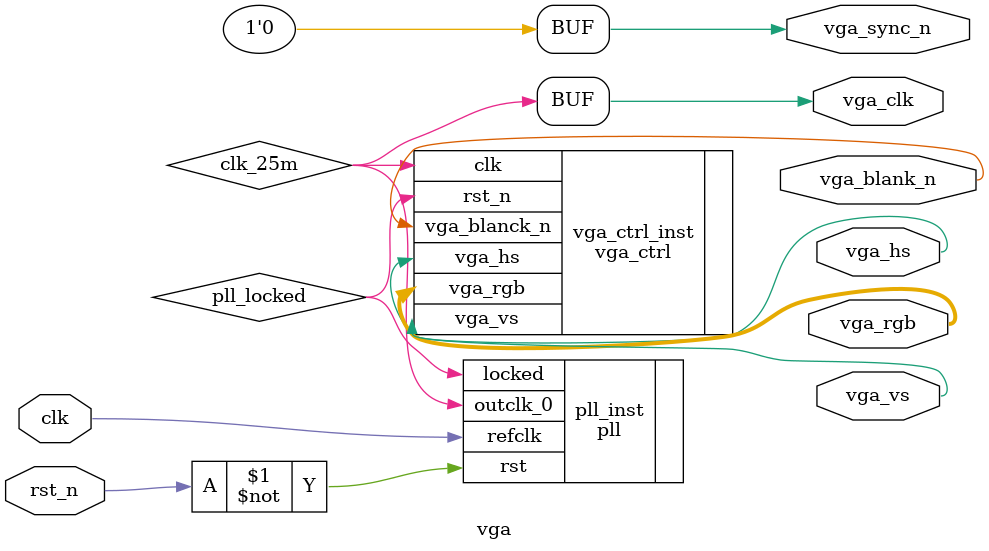
<source format=v>
module vga(

    input     wire                    clk,//系统参考时钟
    input     wire                    rst_n,//复位
	 output    wire       [23:0]       vga_rgb,//输出给ADV7123的R、G、B三分量数据
    output    wire                    vga_hs,//行同步信号
    output    wire                    vga_vs,//场同步信号
	 output    wire                    vga_clk,//像素时钟
    output    wire                    vga_blank_n,//消隐信号
    output    wire                    vga_sync_n//复合同步控制IOG输入
);

    wire                    clk_25m;
    wire                    pll_locked;
    
    pll pll_inst (//例化PLL
    
        .rst             ( ~rst_n     ),
        .refclk         ( clk         ),
        .outclk_0    ( clk_25m    ),
        .locked       ( pll_locked)
    );

    vga_ctrl vga_ctrl_inst (//例化VGA控制模块

        .clk                    (clk_25m        ),
        .rst_n                (pll_locked    ),
                         
        .vga_rgb                (vga_rgb        ),
        .vga_hs                (vga_hs        ),
        .vga_blanck_n        (vga_blank_n),
        .vga_vs                (vga_vs        )
    );

//If not IOG, Sync input should be tied to 0;
assign vga_sync_n=1'b0;    
assign vga_clk=clk_25m;
 
endmodule
</source>
